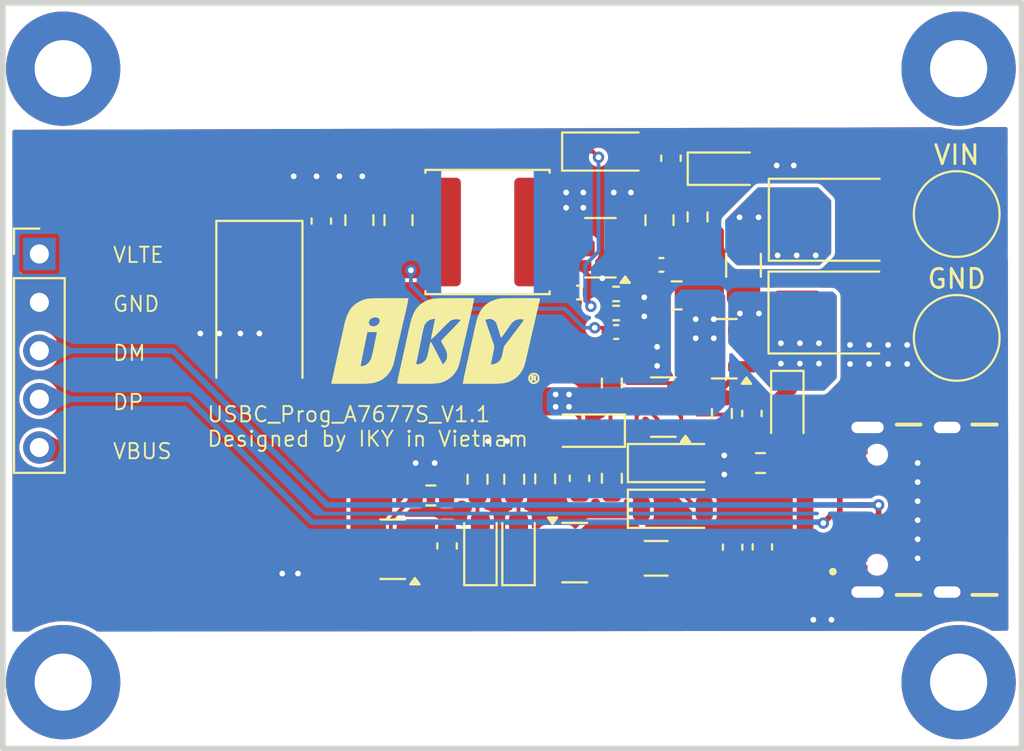
<source format=kicad_pcb>
(kicad_pcb (version 20240108) (generator "pcbnew") (generator_version "8.0")
  (layers (0 "F.Cu" signal) (31 "B.Cu" signal) (34 "B.Paste" user) (35 "F.Paste" user) (36 "B.SilkS" user "B.Silkscreen") (37 "F.SilkS" user "F.Silkscreen") (38 "B.Mask" user) (39 "F.Mask" user) (44 "Edge.Cuts" user))
  (net 0 "")
  (net 1 "VBUS")
  (net 2 "GND")
  (net 3 "VLTE")
  (net 4 "Net-(Q12-G)")
  (net 5 "VIN+")
  (net 6 "Net-(D1-K)")
  (net 7 "Net-(D2-K)")
  (net 8 "Net-(Q1-D)")
  (net 9 "Net-(Q2-G)")
  (net 10 "Net-(D3-K)")
  (net 11 "Net-(D3-A)")
  (net 12 "Net-(D4-A)")
  (net 13 "Net-(D14-A)")
  (net 14 "DM")
  (net 15 "CC1")
  (net 16 "DP")
  (net 17 "Net-(D14-K)")
  (net 18 "Net-(D7-K)")
  (net 19 "Net-(D13-K)")
  (net 20 "/12V")
  (net 21 "Net-(D13-A)")
  (net 22 "CC2")
  (net 25 "Net-(U3-FB)")
  (net 26 "Net-(U3-SW)")
  (net 27 "Net-(D6-K)")
  (footprint "Resistor_SMD:R_0603_1608Metric" (layer "F.Cu") (at 119.075 83.3 90)
    (property "Reference" "R40" (hide yes))
    (property "Value" "10R")
    (pad "1" smd roundrect (at -0.825 0 90) (size 0.8 0.95) (layers "F.Cu" "F.Paste" "F.Mask") (net 13 "Net-(D14-A)"))
    (pad "2" smd roundrect (at 0.825 0 90) (size 0.8 0.95) (layers "F.Cu" "F.Paste" "F.Mask") (net 4 "Net-(Q12-G)"))
  )
  (footprint "MountingHole:MountingHole_3mm_Pad" (layer "F.Cu") (at 84.5 97.4)
    (property "Reference" "TP4" (hide yes))
    (property "Value" "TestPoint")
    (pad "1" thru_hole circle (at 0 0) (size 6 6) (drill 3) (layers "*.Cu" "*.Mask"))
  )
  (footprint "Resistor_SMD:R_0603_1608Metric" (layer "F.Cu") (at 106.25 86.75 90)
    (property "Reference" "R4" (hide yes))
    (property "Value" "100K")
    (pad "1" smd roundrect (at -0.825 0 90) (size 0.8 0.95) (layers "F.Cu" "F.Paste" "F.Mask") (net 11 "Net-(D3-A)"))
    (pad "2" smd roundrect (at 0.825 0 90) (size 0.8 0.95) (layers "F.Cu" "F.Paste" "F.Mask") (net 2 "GND"))
  )
  (footprint "Capacitor_SMD:C_0603_1608Metric" (layer "F.Cu") (at 121.2 90.3 90)
    (property "Reference" "C41" (hide yes))
    (property "Value" "0.1uF")
    (pad "1" smd roundrect (at -0.775 0 90) (size 0.9 0.95) (layers "F.Cu" "F.Paste" "F.Mask") (net 1 "VBUS"))
    (pad "2" smd roundrect (at 0.775 0 90) (size 0.9 0.95) (layers "F.Cu" "F.Paste" "F.Mask") (net 2 "GND"))
  )
  (footprint "Capacitor_SMD:C_0805_2012Metric" (layer "F.Cu") (at 100.05 73.15 90)
    (property "Reference" "C40" (hide yes))
    (property "Value" "22uF/25V")
    (pad "1" smd roundrect (at -0.95 0 90) (size 1 1.45) (layers "F.Cu" "F.Paste" "F.Mask") (net 3 "VLTE"))
    (pad "2" smd roundrect (at 0.95 0 90) (size 1 1.45) (layers "F.Cu" "F.Paste" "F.Mask") (net 2 "GND"))
  )
  (footprint "Capacitor_SMD:C_0402_1005Metric" (layer "F.Cu") (at 111.575 76.95 180)
    (property "Reference" "C37" (hide yes))
    (property "Value" "100nF")
    (pad "1" smd roundrect (at -0.48 0 180) (size 0.56 0.62) (layers "F.Cu" "F.Paste" "F.Mask") (net 7 "Net-(D2-K)"))
    (pad "2" smd roundrect (at 0.48 0 180) (size 0.56 0.62) (layers "F.Cu" "F.Paste" "F.Mask") (net 26 "Net-(U3-SW)"))
  )
  (footprint "Capacitor_SMD:C_0402_1005Metric" (layer "F.Cu") (at 115.9 75.5 180)
    (property "Reference" "C36" (hide yes))
    (property "Value" "0.1uF")
    (pad "1" smd roundrect (at -0.48 0 180) (size 0.56 0.62) (layers "F.Cu" "F.Paste" "F.Mask") (net 5 "VIN+"))
    (pad "2" smd roundrect (at 0.48 0 180) (size 0.56 0.62) (layers "F.Cu" "F.Paste" "F.Mask") (net 2 "GND"))
  )
  (footprint "Diode_SMD:D_SOD-323_HandSoldering" (layer "F.Cu") (at 108.4 90.3 90)
    (property "Reference" "D4" (hide yes))
    (property "Value" "18V")
    (pad "1" smd roundrect (at -1.25 0 90) (size 1 1) (layers "F.Cu" "F.Paste" "F.Mask") (net 10 "Net-(D3-K)"))
    (pad "2" smd roundrect (at 1.25 0 90) (size 1 1) (layers "F.Cu" "F.Paste" "F.Mask") (net 12 "Net-(D4-A)"))
  )
  (footprint "Capacitor_SMD:C_0603_1608Metric" (layer "F.Cu") (at 119.64 90.315 90)
    (property "Reference" "C1" (hide yes))
    (property "Value" "0.1uF")
    (pad "1" smd roundrect (at -0.775 0 90) (size 0.9 0.95) (layers "F.Cu" "F.Paste" "F.Mask") (net 1 "VBUS"))
    (pad "2" smd roundrect (at 0.775 0 90) (size 0.9 0.95) (layers "F.Cu" "F.Paste" "F.Mask") (net 2 "GND"))
  )
  (footprint "Fuse:Fuse_1206_3216Metric" (layer "F.Cu") (at 120.21 75.52 -90)
    (property "Reference" "F2" (hide yes))
    (property "Value" "0.4A")
    (pad "1" smd roundrect (at -1.4 0 270) (size 1.25 1.75) (layers "F.Cu" "F.Paste" "F.Mask") (roundrect_rratio 0.2) (net 27 "Net-(D6-K)"))
    (pad "2" smd roundrect (at 1.4 0 270) (size 1.25 1.75) (layers "F.Cu" "F.Paste" "F.Mask") (roundrect_rratio 0.2) (net 17 "Net-(D14-K)"))
  )
  (footprint "Capacitor_SMD:C_0805_2012Metric" (layer "F.Cu") (at 115.8 73.15 90)
    (property "Reference" "C34" (hide yes))
    (property "Value" "22uF/25V")
    (pad "1" smd roundrect (at -0.95 0 90) (size 1 1.45) (layers "F.Cu" "F.Paste" "F.Mask") (net 5 "VIN+"))
    (pad "2" smd roundrect (at 0.95 0 90) (size 1 1.45) (layers "F.Cu" "F.Paste" "F.Mask") (net 2 "GND"))
  )
  (footprint "Resistor_SMD:R_0402_1005Metric" (layer "F.Cu") (at 113.525 77.025 180)
    (property "Reference" "R26" (hide yes))
    (property "Value" "10K/1%")
    (pad "1" smd roundrect (at -0.51 0 180) (size 0.54 0.64) (layers "F.Cu" "F.Paste" "F.Mask") (net 25 "Net-(U3-FB)"))
    (pad "2" smd roundrect (at 0.51 0 180) (size 0.54 0.64) (layers "F.Cu" "F.Paste" "F.Mask") (net 2 "GND"))
  )
  (footprint "Package_TO_SOT_SMD:SOT-23" (layer "F.Cu") (at 101.8 90.425 180)
    (property "Reference" "Q2" (hide yes))
    (property "Value" "AO3401A")
    (pad "1" smd roundrect (at -0.9375 -0.95 180) (size 1.475 0.6) (layers "F.Cu" "F.Paste" "F.Mask") (net 9 "Net-(Q2-G)"))
    (pad "2" smd roundrect (at -0.9375 0.95 180) (size 1.475 0.6) (layers "F.Cu" "F.Paste" "F.Mask") (net 10 "Net-(D3-K)"))
    (pad "3" smd roundrect (at 0.9375 0 180) (size 1.475 0.6) (layers "F.Cu" "F.Paste" "F.Mask") (net 5 "VIN+"))
  )
  (footprint "Capacitor_SMD:C_0805_2012Metric" (layer "F.Cu") (at 102.1 73.15 90)
    (property "Reference" "C39" (hide yes))
    (property "Value" "22uF/25V")
    (pad "1" smd roundrect (at -0.95 0 90) (size 1 1.45) (layers "F.Cu" "F.Paste" "F.Mask") (net 3 "VLTE"))
    (pad "2" smd roundrect (at 0.95 0 90) (size 1 1.45) (layers "F.Cu" "F.Paste" "F.Mask") (net 2 "GND"))
  )
  (footprint "Resistor_SMD:R_0402_1005Metric" (layer "F.Cu") (at 113.525 78.025)
    (property "Reference" "R29" (hide yes))
    (property "Value" "210K/1%")
    (pad "1" smd roundrect (at -0.51 0) (size 0.54 0.64) (layers "F.Cu" "F.Paste" "F.Mask") (net 3 "VLTE"))
    (pad "2" smd roundrect (at 0.51 0) (size 0.54 0.64) (layers "F.Cu" "F.Paste" "F.Mask") (net 25 "Net-(U3-FB)"))
  )
  (footprint "MountingHole:MountingHole_3mm_Pad" (layer "F.Cu") (at 131.5 65.2)
    (property "Reference" "TP5" (hide yes))
    (property "Value" "TestPoint")
    (pad "1" thru_hole circle (at 0 0) (size 6 6) (drill 3) (layers "*.Cu" "*.Mask"))
  )
  (footprint "MountingHole:MountingHole_3mm_Pad" (layer "F.Cu") (at 84.5 65.2)
    (property "Reference" "TP3" (hide yes))
    (property "Value" "TestPoint")
    (pad "1" thru_hole circle (at 0 0) (size 6 6) (drill 3) (layers "*.Cu" "*.Mask"))
  )
  (footprint "Inductor_SMD:L_Sunlord_SWPA6028S" (layer "F.Cu") (at 106.776094 73.774164)
    (property "Reference" "L1" (hide yes))
    (property "Value" "10uH")
    (pad "1" smd roundrect (at -2.25 0) (size 1.7 5.7) (layers "F.Cu" "F.Paste" "F.Mask") (roundrect_rratio 0.147059) (net 3 "VLTE"))
    (pad "2" smd roundrect (at 2.25 0) (size 1.7 5.7) (layers "F.Cu" "F.Paste" "F.Mask") (roundrect_rratio 0.147059) (net 26 "Net-(U3-SW)"))
  )
  (footprint "Connector_PinHeader_2.54mm:PinHeader_1x05_P2.54mm_Vertical" (layer "F.Cu") (at 83.25 74.925)
    (property "Reference" "J3" (hide yes))
    (property "Value" "To Target Board")
    (pad "1" thru_hole rect (at 0 0) (size 1.7 1.7) (drill 1) (layers "*.Cu" "*.Mask") (net 3 "VLTE"))
    (pad "2" thru_hole oval (at 0 2.54) (size 1.7 1.7) (drill 1) (layers "*.Cu" "*.Mask") (net 2 "GND"))
    (pad "3" thru_hole oval (at 0 5.08) (size 1.7 1.7) (drill 1) (layers "*.Cu" "*.Mask") (net 14 "DM"))
    (pad "4" thru_hole oval (at 0 7.62) (size 1.7 1.7) (drill 1) (layers "*.Cu" "*.Mask") (net 16 "DP"))
    (pad "5" thru_hole oval (at 0 10.16) (size 1.7 1.7) (drill 1) (layers "*.Cu" "*.Mask") (net 1 "VBUS"))
  )
  (footprint "Capacitor_SMD:C_0603_1608Metric" (layer "F.Cu") (at 120.65 83.3 -90)
    (property "Reference" "C29" (hide yes))
    (property "Value" "1uF")
    (pad "1" smd roundrect (at -0.775 0 270) (size 0.9 0.95) (layers "F.Cu" "F.Paste" "F.Mask") (net 17 "Net-(D14-K)"))
    (pad "2" smd roundrect (at 0.775 0 270) (size 0.9 0.95) (layers "F.Cu" "F.Paste" "F.Mask") (net 13 "Net-(D14-A)"))
  )
  (footprint "Capacitor_SMD:C_0402_1005Metric" (layer "F.Cu") (at 113.525 79.025)
    (property "Reference" "C38" (hide yes))
    (property "Value" "56pF")
    (pad "1" smd roundrect (at -0.48 0) (size 0.56 0.62) (layers "F.Cu" "F.Paste" "F.Mask") (net 3 "VLTE"))
    (pad "2" smd roundrect (at 0.48 0) (size 0.56 0.62) (layers "F.Cu" "F.Paste" "F.Mask") (net 25 "Net-(U3-FB)"))
  )
  (footprint "TestPoint:TestPoint_Pad_D4.0mm" (layer "F.Cu") (at 131.4 79.33 180)
    (property "Reference" "TP1" (hide yes))
    (property "Value" "GND" (at 0 3.1 0) (layer "F.SilkS"))
    (pad "1" smd circle (at 0 0 180) (size 4 4) (layers "F.Cu" "F.Mask") (net 2 "GND"))
  )
  (footprint "Package_TO_SOT_SMD:SOT-23" (layer "F.Cu") (at 111.35 90.6)
    (property "Reference" "Q1" (hide yes))
    (property "Value" "AO3401A")
    (pad "1" smd roundrect (at -0.9375 -0.95) (size 1.475 0.6) (layers "F.Cu" "F.Paste" "F.Mask") (net 12 "Net-(D4-A)"))
    (pad "2" smd roundrect (at -0.9375 0.95) (size 1.475 0.6) (layers "F.Cu" "F.Paste" "F.Mask") (net 10 "Net-(D3-K)"))
    (pad "3" smd roundrect (at 0.9375 0) (size 1.475 0.6) (layers "F.Cu" "F.Paste" "F.Mask") (net 8 "Net-(Q1-D)"))
  )
  (footprint "Package_TO_SOT_SMD:TSOT-23-6" (layer "F.Cu") (at 112.7 74.6 180)
    (property "Reference" "U3" (hide yes))
    (property "Value" "AP63200WU")
    (pad "1" smd roundrect (at -1.1375 -0.95 180) (size 1.325 0.6) (layers "F.Cu" "F.Paste" "F.Mask") (net 25 "Net-(U3-FB)"))
    (pad "2" smd roundrect (at -1.1375 0 180) (size 1.325 0.6) (layers "F.Cu" "F.Paste" "F.Mask") (net 5 "VIN+"))
    (pad "3" smd roundrect (at -1.1375 0.95 180) (size 1.325 0.6) (layers "F.Cu" "F.Paste" "F.Mask") (net 5 "VIN+"))
    (pad "4" smd roundrect (at 1.1375 0.95 180) (size 1.325 0.6) (layers "F.Cu" "F.Paste" "F.Mask") (net 2 "GND"))
    (pad "5" smd roundrect (at 1.1375 0 180) (size 1.325 0.6) (layers "F.Cu" "F.Paste" "F.Mask") (net 26 "Net-(U3-SW)"))
    (pad "6" smd roundrect (at 1.1375 -0.95 180) (size 1.325 0.6) (layers "F.Cu" "F.Paste" "F.Mask") (net 7 "Net-(D2-K)"))
  )
  (footprint "Diode_SMD:D_SOD-123" (layer "F.Cu") (at 116.5 85.9)
    (property "Reference" "D5" (hide yes))
    (property "Value" "1N5819")
    (pad "1" smd roundrect (at -1.65 0) (size 0.9 1.2) (layers "F.Cu" "F.Paste" "F.Mask") (net 13 "Net-(D14-A)"))
    (pad "2" smd roundrect (at 1.65 0) (size 0.9 1.2) (layers "F.Cu" "F.Paste" "F.Mask") (net 2 "GND"))
  )
  (footprint "Diode_SMD:D_SMB" (layer "F.Cu") (at 125.1825 78)
    (property "Reference" "D8" (hide yes))
    (property "Value" "20V")
    (pad "1" smd roundrect (at -2.15 0) (size 2.5 2.3) (layers "F.Cu" "F.Paste" "F.Mask") (roundrect_rratio 0.1086956522) (net 17 "Net-(D14-K)"))
    (pad "2" smd roundrect (at 2.15 0) (size 2.5 2.3) (layers "F.Cu" "F.Paste" "F.Mask") (roundrect_rratio 0.1086956522) (net 2 "GND"))
  )
  (footprint "Resistor_SMD:R_0603_1608Metric" (layer "F.Cu") (at 113.3 81.7 -90)
    (property "Reference" "R30" (hide yes))
    (property "Value" "100K")
    (pad "1" smd roundrect (at -0.825 0 270) (size 0.8 0.95) (layers "F.Cu" "F.Paste" "F.Mask") (net 17 "Net-(D14-K)"))
    (pad "2" smd roundrect (at 0.825 0 270) (size 0.8 0.95) (layers "F.Cu" "F.Paste" "F.Mask") (net 19 "Net-(D13-K)"))
  )
  (footprint "Capacitor_Tantalum_SMD:CP_EIA-7343-40_Kemet-Y_Pad2.25x2.55mm_HandSolder" (layer "F.Cu") (at 94.8 77.775 -90)
    (property "Reference" "C4" (hide yes))
    (property "Value" "330uF")
    (pad "1" smd roundrect (at -3.2 0 270) (size 2.25 2.55) (layers "F.Cu" "F.Paste" "F.Mask") (roundrect_rratio 0.111111) (net 3 "VLTE"))
    (pad "2" smd roundrect (at 3.2 0 270) (size 2.25 2.55) (layers "F.Cu" "F.Paste" "F.Mask") (roundrect_rratio 0.111111) (net 2 "GND"))
  )
  (footprint "Package_TO_SOT_SMD:SOT-23" (layer "F.Cu") (at 119.2 79.9 180)
    (property "Reference" "Q12" (hide yes))
    (property "Value" "AO3401A")
    (pad "1" smd roundrect (at -0.9375 -0.95 180) (size 1.475 0.6) (layers "F.Cu" "F.Paste" "F.Mask") (net 4 "Net-(Q12-G)"))
    (pad "2" smd roundrect (at -0.9375 0.95 180) (size 1.475 0.6) (layers "F.Cu" "F.Paste" "F.Mask") (net 17 "Net-(D14-K)"))
    (pad "3" smd roundrect (at 0.9375 0 180) (size 1.475 0.6) (layers "F.Cu" "F.Paste" "F.Mask") (net 5 "VIN+"))
  )
  (footprint "Symbol-Footprints:GCT_USB4105-GF-A" (layer "F.Cu") (at 130.9 88.35 90)
    (property "Reference" "J1" (hide yes))
    (property "Value" "USB4105-GF-A")
    (pad "" np_thru_hole circle (at -2.89 -3.68 90) (size 0.65 0.65) (drill 0.65) (layers "*.Cu" "*.Mask"))
    (pad "" np_thru_hole circle (at 2.89 -3.68 90) (size 0.65 0.65) (drill 0.65) (layers "*.Cu" "*.Mask"))
    (pad "A1_B12" smd rect (at -3.2 -4.755 90) (size 0.6 1.15) (layers "F.Cu" "F.Paste") (net 2 "GND"))
    (pad "A4_B9" smd rect (at -2.4 -4.755 90) (size 0.6 1.15) (layers "F.Cu" "F.Paste") (net 1 "VBUS"))
    (pad "A5" smd rect (at -1.25 -4.755 90) (size 0.3 1.15) (layers "F.Cu" "F.Paste") (net 15 "CC1"))
    (pad "A6" smd rect (at -0.25 -4.755 90) (size 0.3 1.15) (layers "F.Cu" "F.Paste") (net 16 "DP"))
    (pad "A7" smd rect (at 0.25 -4.755 90) (size 0.3 1.15) (layers "F.Cu" "F.Paste") (net 14 "DM"))
    (pad "A8" smd rect (at 1.25 -4.755 90) (size 0.3 1.15) (layers "F.Cu" "F.Paste"))
    (pad "B1_A12" smd rect (at 3.2 -4.755 90) (size 0.6 1.15) (layers "F.Cu" "F.Paste") (net 2 "GND"))
    (pad "B4_A9" smd rect (at 2.4 -4.755 90) (size 0.6 1.15) (layers "F.Cu" "F.Paste") (net 1 "VBUS"))
    (pad "B5" smd rect (at 1.75 -4.755 90) (size 0.3 1.15) (layers "F.Cu" "F.Paste") (net 22 "CC2"))
    (pad "B6" smd rect (at 0.75 -4.755 90) (size 0.3 1.15) (layers "F.Cu" "F.Paste") (net 16 "DP"))
    (pad "B7" smd rect (at -0.75 -4.755 90) (size 0.3 1.15) (layers "F.Cu" "F.Paste") (net 14 "DM"))
    (pad "B8" smd rect (at -1.75 -4.755 90) (size 0.3 1.15) (layers "F.Cu" "F.Paste"))
    (pad "SH1" thru_hole oval (at -4.32 -4.18 90) (size 1 2.1) (drill oval 0.6 1.7) (layers "*.Cu" "*.Mask") (net 2 "GND"))
    (pad "SH2" thru_hole oval (at 4.32 -4.18 90) (size 1 2.1) (drill oval 0.6 1.7) (layers "*.Cu" "*.Mask") (net 2 "GND"))
    (pad "SH3" thru_hole oval (at -4.32 0 90) (size 1 1.8) (drill oval 0.6 1.4) (layers "*.Cu" "*.Mask") (net 2 "GND"))
    (pad "SH4" thru_hole oval (at 4.32 0 90) (size 1 1.8) (drill oval 0.6 1.4) (layers "*.Cu" "*.Mask") (net 2 "GND"))
  )
  (footprint "MountingHole:MountingHole_3mm_Pad" (layer "F.Cu") (at 131.5 97.4)
    (property "Reference" "TP6" (hide yes))
    (property "Value" "TestPoint")
    (pad "1" thru_hole circle (at 0 0) (size 6 6) (drill 3) (layers "*.Cu" "*.Mask"))
  )
  (footprint "Resistor_SMD:R_0603_1608Metric" (layer "F.Cu") (at 113.3 86.7 90)
    (property "Reference" "R43" (hide yes))
    (property "Value" "10K")
    (pad "1" smd roundrect (at -0.825 0 90) (size 0.8 0.95) (layers "F.Cu" "F.Paste" "F.Mask") (net 18 "Net-(D7-K)"))
    (pad "2" smd roundrect (at 0.825 0 90) (size 0.8 0.95) (layers "F.Cu" "F.Paste" "F.Mask") (net 13 "Net-(D14-A)"))
  )
  (footprint "Diode_SMD:D_SMB" (layer "F.Cu") (at 125.2 73.13)
    (property "Reference" "D6" (hide yes))
    (property "Value" "SS24")
    (pad "1" smd roundrect (at -2.15 0) (size 2.5 2.3) (layers "F.Cu" "F.Paste" "F.Mask") (roundrect_rratio 0.1086956522) (net 27 "Net-(D6-K)"))
    (pad "2" smd roundrect (at 2.15 0) (size 2.5 2.3) (layers "F.Cu" "F.Paste" "F.Mask") (roundrect_rratio 0.1086956522) (net 20 "/12V"))
  )
  (footprint "Diode_SMD:D_SOD-323_HandSoldering" (layer "F.Cu") (at 122.51 83.0725 -90)
    (property "Reference" "D14" (hide yes))
    (property "Value" "18V")
    (pad "1" smd roundrect (at -1.25 0 270) (size 1 1) (layers "F.Cu" "F.Paste" "F.Mask") (net 17 "Net-(D14-K)"))
    (pad "2" smd roundrect (at 1.25 0 270) (size 1 1) (layers "F.Cu" "F.Paste" "F.Mask") (net 13 "Net-(D14-A)"))
  )
  (footprint "Capacitor_SMD:C_0805_2012Metric" (layer "F.Cu") (at 116.7 77.1 180)
    (property "Reference" "C15" (hide yes))
    (property "Value" "22uF/25V")
    (pad "1" smd roundrect (at -0.95 0 180) (size 1 1.45) (layers "F.Cu" "F.Paste" "F.Mask") (net 5 "VIN+"))
    (pad "2" smd roundrect (at 0.95 0 180) (size 1 1.45) (layers "F.Cu" "F.Paste" "F.Mask") (net 2 "GND"))
  )
  (footprint "Diode_SMD:D_SOD-323_HandSoldering" (layer "F.Cu") (at 106.4 90.3 90)
    (property "Reference" "D3" (hide yes))
    (property "Value" "18V")
    (pad "1" smd roundrect (at -1.25 0 90) (size 1 1) (layers "F.Cu" "F.Paste" "F.Mask") (net 10 "Net-(D3-K)"))
    (pad "2" smd roundrect (at 1.25 0 90) (size 1 1) (layers "F.Cu" "F.Paste" "F.Mask") (net 11 "Net-(D3-A)"))
  )
  (footprint "Capacitor_SMD:C_0603_1608Metric" (layer "F.Cu") (at 104.65 90.25 90)
    (property "Reference" "C3" (hide yes))
    (property "Value" "1uF")
    (pad "1" smd roundrect (at -0.775 0 90) (size 0.9 0.95) (layers "F.Cu" "F.Paste" "F.Mask") (net 10 "Net-(D3-K)"))
    (pad "2" smd roundrect (at 0.775 0 90) (size 0.9 0.95) (layers "F.Cu" "F.Paste" "F.Mask") (net 11 "Net-(D3-A)"))
  )
  (footprint "Resistor_SMD:R_0603_1608Metric" (layer "F.Cu") (at 103.8 87.6)
    (property "Reference" "R3" (hide yes))
    (property "Value" "1K")
    (pad "1" smd roundrect (at -0.825 0) (size 0.8 0.95) (layers "F.Cu" "F.Paste" "F.Mask") (net 9 "Net-(Q2-G)"))
    (pad "2" smd roundrect (at 0.825 0) (size 0.8 0.95) (layers "F.Cu" "F.Paste" "F.Mask") (net 11 "Net-(D3-A)"))
  )
  (footprint "Resistor_SMD:R_0603_1608Metric" (layer "F.Cu") (at 117.8 72.98 -90)
    (property "Reference" "R2" (hide yes))
    (property "Value" "3K3")
    (pad "1" smd roundrect (at -0.825 0 270) (size 0.8 0.95) (layers "F.Cu" "F.Paste" "F.Mask") (net 6 "Net-(D1-K)"))
    (pad "2" smd roundrect (at 0.825 0 270) (size 0.8 0.95) (layers "F.Cu" "F.Paste" "F.Mask") (net 5 "VIN+"))
  )
  (footprint "Diode_SMD:D_SOD-323_HandSoldering" (layer "F.Cu") (at 119.2925 70.45)
    (property "Reference" "D1" (hide yes))
    (property "Value" "5.1V")
    (pad "1" smd roundrect (at -1.25 0) (size 1 1) (layers "F.Cu" "F.Paste" "F.Mask") (net 6 "Net-(D1-K)"))
    (pad "2" smd roundrect (at 1.25 0) (size 1 1) (layers "F.Cu" "F.Paste" "F.Mask") (net 2 "GND"))
  )
  (footprint "Capacitor_SMD:C_0603_1608Metric" (layer "F.Cu") (at 98.05 73.2 90)
    (property "Reference" "C5" (hide yes))
    (property "Value" "0.1uF")
    (pad "1" smd roundrect (at -0.775 0 90) (size 0.9 0.95) (layers "F.Cu" "F.Paste" "F.Mask") (net 3 "VLTE"))
    (pad "2" smd roundrect (at 0.775 0 90) (size 0.9 0.95) (layers "F.Cu" "F.Paste" "F.Mask") (net 2 "GND"))
  )
  (footprint "TestPoint:TestPoint_Pad_D4.0mm" (layer "F.Cu") (at 131.4 72.83 180)
    (property "Reference" "TP10" (hide yes))
    (property "Value" "VIN" (at 0 3.1 0) (layer "F.SilkS"))
    (pad "1" smd circle (at 0 0 180) (size 4 4) (layers "F.Cu" "F.Mask") (net 20 "/12V"))
  )
  (footprint "Resistor_SMD:R_0603_1608Metric" (layer "F.Cu") (at 121.1 85.9)
    (property "Reference" "R39" (hide yes))
    (property "Value" "220K")
    (pad "1" smd roundrect (at -0.825 0) (size 0.8 0.95) (layers "F.Cu" "F.Paste" "F.Mask") (net 2 "GND"))
    (pad "2" smd roundrect (at 0.825 0) (size 0.8 0.95) (layers "F.Cu" "F.Paste" "F.Mask") (net 13 "Net-(D14-A)"))
  )
  (footprint "Diode_SMD:D_SOD-123" (layer "F.Cu") (at 113.05 69.55)
    (property "Reference" "D2" (hide yes))
    (property "Value" "1N5819")
    (pad "1" smd roundrect (at -1.65 0) (size 0.9 1.2) (layers "F.Cu" "F.Paste" "F.Mask") (net 7 "Net-(D2-K)"))
    (pad "2" smd roundrect (at 1.65 0) (size 0.9 1.2) (layers "F.Cu" "F.Paste" "F.Mask") (net 6 "Net-(D1-K)"))
  )
  (footprint "Capacitor_SMD:C_0603_1608Metric" (layer "F.Cu") (at 116.4 69.9 -90)
    (property "Reference" "C2" (hide yes))
    (property "Value" "0.1uF")
    (pad "1" smd roundrect (at -0.775 0 270) (size 0.9 0.95) (layers "F.Cu" "F.Paste" "F.Mask") (net 6 "Net-(D1-K)"))
    (pad "2" smd roundrect (at 0.775 0 270) (size 0.9 0.95) (layers "F.Cu" "F.Paste" "F.Mask") (net 2 "GND"))
  )
  (footprint "Fuse:Fuse_1206_3216Metric" (layer "F.Cu") (at 115.625 90.9 180)
    (property "Reference" "F1" (hide yes))
    (property "Value" "0.4A")
    (pad "1" smd roundrect (at -1.4 0 180) (size 1.25 1.75) (layers "F.Cu" "F.Paste" "F.Mask") (roundrect_rratio 0.2) (net 1 "VBUS"))
    (pad "2" smd roundrect (at 1.4 0 180) (size 1.25 1.75) (layers "F.Cu" "F.Paste" "F.Mask") (roundrect_rratio 0.2) (net 8 "Net-(Q1-D)"))
  )
  (footprint "Resistor_SMD:R_0603_1608Metric" (layer "F.Cu") (at 108.175 86.75 90)
    (property "Reference" "R1" (hide yes))
    (property "Value" "10K")
    (pad "1" smd roundrect (at -0.825 0 90) (size 0.8 0.95) (layers "F.Cu" "F.Paste" "F.Mask") (net 12 "Net-(D4-A)"))
    (pad "2" smd roundrect (at 0.825 0 90) (size 0.8 0.95) (layers "F.Cu" "F.Paste" "F.Mask") (net 2 "GND"))
  )
  (footprint "Capacitor_SMD:C_0603_1608Metric" (layer "F.Cu") (at 111.6 86.7 -90)
    (property "Reference" "C30" (hide yes))
    (property "Value" "0.1uF")
    (pad "1" smd roundrect (at -0.775 0 270) (size 0.9 0.95) (layers "F.Cu" "F.Paste" "F.Mask") (net 5 "VIN+"))
    (pad "2" smd roundrect (at 0.775 0 270) (size 0.9 0.95) (layers "F.Cu" "F.Paste" "F.Mask") (net 18 "Net-(D7-K)"))
  )
  (footprint "haidv-library:LoGo12mm_NoText" (layer "F.Cu") (at 104 80.174424)
    (property "Reference" "TP2" (hide yes))
    (property "Value" "LOGO" (hide yes))
  )
  (footprint "Package_TO_SOT_SMD:SOT-23" (layer "F.Cu") (at 116 82.9625 180)
    (property "Reference" "Q3" (hide yes))
    (property "Value" "MMBT3906")
    (pad "1" smd roundrect (at -0.9375 -0.95 180) (size 1.475 0.6) (layers "F.Cu" "F.Paste" "F.Mask") (net 19 "Net-(D13-K)"))
    (pad "2" smd roundrect (at -0.9375 0.95 180) (size 1.475 0.6) (layers "F.Cu" "F.Paste" "F.Mask") (net 17 "Net-(D14-K)"))
    (pad "3" smd roundrect (at 0.9375 0 180) (size 1.475 0.6) (layers "F.Cu" "F.Paste" "F.Mask") (net 13 "Net-(D14-A)"))
  )
  (footprint "Resistor_SMD:R_0603_1608Metric" (layer "F.Cu") (at 109.8 86.725 90)
    (property "Reference" "R38" (hide yes))
    (property "Value" "22K")
    (pad "1" smd roundrect (at -0.825 0 90) (size 0.8 0.95) (layers "F.Cu" "F.Paste" "F.Mask") (net 2 "GND"))
    (pad "2" smd roundrect (at 0.825 0 90) (size 0.8 0.95) (layers "F.Cu" "F.Paste" "F.Mask") (net 21 "Net-(D13-A)"))
  )
  (footprint "Diode_SMD:D_SOD-123" (layer "F.Cu") (at 116.5 88.3)
    (property "Reference" "D7" (hide yes))
    (property "Value" "1N5819")
    (pad "1" smd roundrect (at -1.65 0) (size 0.9 1.2) (layers "F.Cu" "F.Paste" "F.Mask") (net 18 "Net-(D7-K)"))
    (pad "2" smd roundrect (at 1.65 0) (size 0.9 1.2) (layers "F.Cu" "F.Paste" "F.Mask") (net 13 "Net-(D14-A)"))
  )
  (footprint "Diode_SMD:D_SOD-323_HandSoldering" (layer "F.Cu") (at 111.975 84.2 180)
    (property "Reference" "D13" (hide yes))
    (property "Value" "18V")
    (pad "1" smd roundrect (at -1.25 0 180) (size 1 1) (layers "F.Cu" "F.Paste" "F.Mask") (net 19 "Net-(D13-K)"))
    (pad "2" smd roundrect (at 1.25 0 180) (size 1 1) (layers "F.Cu" "F.Paste" "F.Mask") (net 21 "Net-(D13-A)"))
  )
  (gr_rect (start 81.335222 61.746043) (end 134.8 100.880821) (stroke (width 0.3)) (fill none) (layer "Edge.Cuts"))
  (gr_text "USBC_Prog_A7677S_V1.1\nDesigned by IKY in Vietnam" (at 92 85.1 -0) (layer "F.SilkS") (effects (font (size 0.8 0.8) (thickness 0.1)) (justify left bottom)))
  (gr_text "VLTE\n\nGND\n\nDM\n\nDP\n\nVBUS" (at 87.05 85.75 0) (layer "F.SilkS") (effects (font (size 0.8 0.8) (thickness 0.1)) (justify left bottom)))
  (segment (start 115.136 93.564) (end 94.414 93.564) (width 0.5) (layer "F.Cu") (net 1))
  (segment (start 94.414 93.564) (end 86.204 85.354) (width 0.5) (layer "F.Cu") (net 1))
  (segment (start 117.025 91.225) (end 116.98 91.27) (width 0.2) (layer "F.Cu") (net 1))
  (segment (start 117.025 91.675) (end 115.136 93.564) (width 0.5) (layer "F.Cu") (net 1))
  (segment (start 83.519 85.354) (end 83.25 85.085) (width 0.5) (layer "F.Cu") (net 1))
  (segment (start 86.204 85.354) (end 83.519 85.354) (width 0.5) (layer "F.Cu") (net 1))
  (segment (start 117.025 90.9) (end 117.025 91.225) (width 0.2) (layer "F.Cu") (net 1))
  (segment (start 117.025 90.9) (end 117.025 91.675) (width 0.5) (layer "F.Cu") (net 1))
  (segment (start 131.25 81.05) (end 131.3 81) (width 0.2) (layer "F.Cu") (net 2))
  (via (at 94.8 79.1) (size 0.6) (drill 0.3) (layers "F.Cu" "B.Cu") (net 2))
  (via (at 93.8 79.1) (size 0.6) (drill 0.3) (layers "F.Cu" "B.Cu") (net 2))
  (via (at 129.35 87.9) (size 0.6) (drill 0.3) (layers "F.Cu" "B.Cu") (net 2))
  (via (at 119.2 85.5) (size 0.6) (drill 0.3) (layers "F.Cu" "B.Cu") (net 2))
  (via (at 123.875 94.125) (size 0.6) (drill 0.3) (layers "F.Cu" "B.Cu") (net 2))
  (via (at 125.8 80.7) (size 0.6) (drill 0.3) (layers "F.Cu" "B.Cu") (net 2))
  (via (at 111.8 71.7) (size 0.6) (drill 0.3) (layers "F.Cu" "B.Cu") (net 2))
  (via (at 115.675 79.8) (size 0.6) (drill 0.3) (layers "F.Cu" "B.Cu") (net 2))
  (via (at 128.8 80.7) (size 0.6) (drill 0.3) (layers "F.Cu" "B.Cu") (net 2))
  (via (at 127.8 80.7) (size 0.6) (drill 0.3) (layers "F.Cu" "B.Cu") (net 2))
  (via (at 115 78.2) (size 0.6) (drill 0.3) (layers "F.Cu" "B.Cu") (net 2))
  (via (at 115.675 80.8) (size 0.6) (drill 0.3) (layers "F.Cu" "B.Cu") (net 2))
  (via (at 99 70.85) (size 0.6) (drill 0.3) (layers "F.Cu" "B.Cu") (net 2))
  (via (at 129.35 88.9) (size 0.6) (drill 0.3) (layers "F.Cu" "B.Cu") (net 2))
  (via (at 111.8 72.5) (size 0.6) (drill 0.3) (layers "F.Cu" "B.Cu") (net 2))
  (via (at 127.8 79.7) (size 0.6) (drill 0.3) (layers "F.Cu" "B.Cu") (net 2))
  (via (at 112.8 76.2) (size 0.6) (drill 0.3) (layers "F.Cu" "B.Cu") (net 2))
  (via (at 121.95 70.28) (size 0.6) (drill 0.3) (layers "F.Cu" "B.Cu") (net 2))
  (via (at 114.3 71.7) (size 0.6) (drill 0.3) (layers "F.Cu" "B.Cu") (net 2))
  (via (at 115 77.2) (size 0.6) (drill 0.3) (layers "F.Cu" "B.Cu") (net 2))
  (via (at 106.8 84.75) (size 0.6) (drill 0.3) (layers "F.Cu" "B.Cu") (net 2))
  (via (at 96.6 70.85) (size 0.6) (drill 0.3) (layers "F.Cu" "B.Cu") (net 2))
  (via (at 126.8 80.7) (size 0.6) (drill 0.3) (layers "F.Cu" "B.Cu") (net 2))
  (via (at 113.4 71.7) (size 0.6) (drill 0.3) (layers "F.Cu" "B.Cu") (net 2))
  (via (at 96 91.7) (size 0.6) (drill 0.3) (layers "F.Cu" "B.Cu") (net 2))
  (via (at 110.9 71.7) (size 0.6) (drill 0.3) (layers "F.Cu" "B.Cu") (net 2))
  (via (at 100.2 70.85) (size 0.6) (drill 0.3) (layers "F.Cu" "B.Cu") (net 2))
  (via (at 107.8 84.75) (size 0.6) (drill 0.3) (layers "F.Cu" "B.Cu") (net 2))
  (via (at 97.8 70.85) (size 0.6) (drill 0.3) (layers "F.Cu" "B.Cu") (net 2))
  (via (at 96.825 91.7) (size 0.6) (drill 0.3) (layers "F.Cu" "B.Cu") (net 2))
  (via (at 110.9 72.5) (size 0.6) (drill 0.3) (layers "F.Cu" "B.Cu") (net 2))
  (via (at 91.7 79.1) (size 0.6) (drill 0.3) (layers "F.Cu" "B.Cu") (net 2))
  (via (at 119.2 86.5) (size 0.6) (drill 0.3) (layers "F.Cu" "B.Cu") (net 2))
  (via (at 124.825 94.125) (size 0.6) (drill 0.3) (layers "F.Cu" "B.Cu") (net 2))
  (via (at 92.7 79.1) (size 0.6) (drill 0.3) (layers "F.Cu" "B.Cu") (net 2))
  (via (at 126.8 79.7) (size 0.6) (drill 0.3) (layers "F.Cu" "B.Cu") (net 2))
  (via (at 103 85.9) (size 0.6) (drill 0.3) (layers "F.Cu" "B.Cu") (net 2))
  (via (at 104 85.9) (size 0.6) (drill 0.3) (layers "F.Cu" "B.Cu") (net 2))
  (via (at 122.85 70.28) (size 0.6) (drill 0.3) (layers "F.Cu" "B.Cu") (net 2))
  (via (at 129.35 86.9) (size 0.6) (drill 0.3) (layers "F.Cu" "B.Cu") (net 2))
  (via (at 129.35 90.9) (size 0.6) (drill 0.3) (layers "F.Cu" "B.Cu") (net 2))
  (via (at 129.35 89.9) (size 0.6) (drill 0.3) (layers "F.Cu" "B.Cu") (net 2))
  (via (at 125.8 79.7) (size 0.6) (drill 0.3) (layers "F.Cu" "B.Cu") (net 2))
  (via (at 129.35 85.9) (size 0.6) (drill 0.3) (layers "F.Cu" "B.Cu") (net 2))
  (via (at 128.8 79.7) (size 0.6) (drill 0.3) (layers "F.Cu" "B.Cu") (net 2))
  (segment (start 113.045 79.025) (end 113.045 78.055) (width 0.2) (layer "F.Cu") (net 3))
  (segment (start 112.82 78.8) (end 113.045 79.025) (width 0.2) (layer "F.Cu") (net 3))
  (segment (start 113.045 78.055) (end 113.015 78.025) (width 0.2) (layer "F.Cu") (net 3))
  (segment (start 112.4 78.8) (end 112.82 78.8) (width 0.2) (layer "F.Cu") (net 3))
  (via (at 112.4 78.8) (size 0.6) (drill 0.3) (layers "F.Cu" "B.Cu") (net 3))
  (via (at 102.752396 75.779186) (size 0.6) (drill 0.3) (layers "F.Cu" "B.Cu") (net 3))
  (segment (start 102.752396 76.552396) (end 104 77.8) (width 0.2) (layer "B.Cu") (net 3))
  (segment (start 104 77.8) (end 110.825 77.8) (width 0.2) (layer "B.Cu") (net 3))
  (segment (start 102.752396 75.779186) (end 102.752396 76.552396) (width 0.2) (layer "B.Cu") (net 3))
  (segment (start 111.825 78.8) (end 112.4 78.8) (width 0.2) (layer "B.Cu") (net 3))
  (segment (start 110.825 77.8) (end 111.825 78.8) (width 0.2) (layer "B.Cu") (net 3))
  (segment (start 119.125 82.7) (end 119.125 81.9625) (width 0.3) (layer "F.Cu") (net 4))
  (segment (start 119.125 81.9625) (end 120.1375 80.95) (width 0.3) (layer "F.Cu") (net 4))
  (segment (start 111.6 83.5) (end 111.05 82.95) (width 0.2) (layer "F.Cu") (net 5))
  (segment (start 111.6 85.925) (end 111.6 83.5) (width 0.2) (layer "F.Cu") (net 5))
  (via (at 117.7 79.35) (size 0.6) (drill 0.3) (layers "F.Cu" "B.Cu") (net 5))
  (via (at 111.05 82.95) (size 0.6) (drill 0.3) (layers "F.Cu" "B.Cu") (net 5))
  (via (at 110.35 82.3) (size 0.6) (drill 0.3) (layers "F.Cu" "B.Cu") (net 5))
  (via (at 118.65 78.35) (size 0.6) (drill 0.3) (layers "F.Cu" "B.Cu") (net 5))
  (via (at 110.35 82.95) (size 0.6) (drill 0.3) (layers "F.Cu" "B.Cu") (net 5))
  (via (at 117.7 78.35) (size 0.6) (drill 0.3) (layers "F.Cu" "B.Cu") (net 5))
  (via (at 118.65 79.35) (size 0.6) (drill 0.3) (layers "F.Cu" "B.Cu") (net 5))
  (via (at 111.05 82.3) (size 0.6) (drill 0.3) (layers "F.Cu" "B.Cu") (net 5))
  (segment (start 116.7175 69.125) (end 115.125 69.125) (width 0.3) (layer "F.Cu") (net 6))
  (segment (start 117.8 70.2075) (end 116.7175 69.125) (width 0.3) (layer "F.Cu") (net 6))
  (segment (start 115.125 69.125) (end 114.7 69.55) (width 0.3) (layer "F.Cu") (net 6))
  (segment (start 117.8 72.155) (end 117.8 70.2075) (width 0.3) (layer "F.Cu") (net 6))
  (segment (start 112.6 69.85) (end 112.3 69.55) (width 0.2) (layer "F.Cu") (net 7))
  (segment (start 112.3 69.55) (end 111.4 69.55) (width 0.2) (layer "F.Cu") (net 7))
  (segment (start 112.2 77.675) (end 112.08 77.555) (width 0.2) (layer "F.Cu") (net 7))
  (segment (start 112.08 77.555) (end 112.08 76.8) (width 0.2) (layer "F.Cu") (net 7))
  (segment (start 112.08 76.8) (end 112.08 76.0675) (width 0.25) (layer "F.Cu") (net 7))
  (segment (start 112.08 76.0675) (end 111.5625 75.55) (width 0.25) (layer "F.Cu") (net 7))
  (via (at 112.2 77.675) (size 0.6) (drill 0.3) (layers "F.Cu" "B.Cu") (net 7))
  (via (at 112.6 69.85) (size 0.6) (drill 0.3) (layers "F.Cu" "B.Cu") (net 7))
  (segment (start 112.6 74.8) (end 112.6 69.85) (width 0.2) (layer "B.Cu") (net 7))
  (segment (start 111.9 77.375) (end 111.9 75.5) (width 0.2) (layer "B.Cu") (net 7))
  (segment (start 111.9 75.5) (end 112.6 74.8) (width 0.2) (layer "B.Cu") (net 7))
  (segment (start 112.2 77.675) (end 111.9 77.375) (width 0.2) (layer "B.Cu") (net 7))
  (segment (start 101.7 89.9495) (end 101.7 88.875) (width 0.2) (layer "F.Cu") (net 9))
  (segment (start 102.7375 90.987) (end 101.7 89.9495) (width 0.2) (layer "F.Cu") (net 9))
  (segment (start 102.7375 91.375) (end 102.7375 90.987) (width 0.2) (layer "F.Cu") (net 9))
  (segment (start 101.7 88.875) (end 102.975 87.6) (width 0.2) (layer "F.Cu") (net 9))
  (segment (start 108.225 91.575) (end 110.3875 91.575) (width 0.2) (layer "F.Cu") (net 10))
  (segment (start 110.3875 91.575) (end 110.4125 91.55) (width 0.2) (layer "F.Cu") (net 10))
  (segment (start 104.65 91.475) (end 108.125 91.475) (width 0.2) (layer "F.Cu") (net 10))
  (segment (start 102.8875 89.5125) (end 104.65 91.275) (width 0.2) (layer "F.Cu") (net 10))
  (segment (start 104.65 91.275) (end 104.65 91.475) (width 0.2) (layer "F.Cu") (net 10))
  (segment (start 108.125 91.475) (end 108.225 91.575) (width 0.2) (layer "F.Cu") (net 10))
  (segment (start 105.975 89.475) (end 106.4 89.05) (width 0.2) (layer "F.Cu") (net 11))
  (segment (start 106.41 89.04) (end 106.4 89.05) (width 0.2) (layer "F.Cu") (net 11))
  (segment (start 106.4 89.05) (end 106.25 88.9) (width 0.2) (layer "F.Cu") (net 11))
  (segment (start 104.65 89.475) (end 105.975 89.475) (width 0.2) (layer "F.Cu") (net 11))
  (segment (start 106.25 88.9) (end 106.25 87.575) (width 0.2) (layer "F.Cu") (net 11))
  (segment (start 104.65 87.575) (end 104.625 87.6) (width 0.2) (layer "F.Cu") (net 11))
  (segment (start 106.25 87.575) (end 104.65 87.575) (width 0.2) (layer "F.Cu") (net 11))
  (segment (start 108.4 87.8) (end 108.175 87.575) (width 0.2) (layer "F.Cu") (net 12))
  (segment (start 110.4125 89.65) (end 109 89.65) (width 0.2) (layer "F.Cu") (net 12))
  (segment (start 108.4 89.05) (end 108.4 87.8) (width 0.2) (layer "F.Cu") (net 12))
  (segment (start 109 89.65) (end 108.4 89.05) (width 0.2) (layer "F.Cu") (net 12))
  (segment (start 121.925 85.9) (end 121.925 85.35) (width 0.2) (layer "F.Cu") (net 13))
  (segment (start 120.6 84.125) (end 120.65 84.075) (width 0.2) (layer "F.Cu") (net 13))
  (segment (start 113.325 85.9) (end 114.85 85.9) (width 0.2) (layer "F.Cu") (net 13))
  (segment (start 118.15 88.1) (end 117.6 88.1) (width 0.2) (layer "F.Cu") (net 13))
  (segment (start 115.4 85.9) (end 114.85 85.9) (width 0.2) (layer "F.Cu") (net 13))
  (segment (start 115.0625 82.9625) (end 114.6 83.425) (width 0.2) (layer "F.Cu") (net 13))
  (segment (start 121.925 85.35) (end 120.65 84.075) (width 0.2) (layer "F.Cu") (net 13))
  (segment (start 114.6 83.425) (end 114.6 84.5) (width 0.2) (layer "F.Cu") (net 13))
  (segment (start 114.6 84.5) (end 113.3 85.8) (width 0.2) (layer "F.Cu") (net 13))
  (segment (start 117.6 88.1) (end 115.4 85.9) (width 0.2) (layer "F.Cu") (net 13))
  (segment (start 113.3 85.875) (end 113.325 85.9) (width 0.2) (layer "F.Cu") (net 13))
  (segment (start 115.7 83.6) (end 115.0625 82.9625) (width 0.2) (layer "F.Cu") (net 13))
  (segment (start 119.075 84.125) (end 118.7335 84.4665) (width 0.2) (layer "F.Cu") (net 13))
  (segment (start 118.7335 84.4665) (end 116.0665 84.4665) (width 0.2) (layer "F.Cu") (net 13))
  (segment (start 119.075 84.125) (end 120.6 84.125) (width 0.2) (layer "F.Cu") (net 13))
  (segment (start 115.7 84.1) (end 115.7 83.6) (width 0.2) (layer "F.Cu") (net 13))
  (segment (start 122.51 84.3225) (end 122.51 85.315) (width 0.2) (layer "F.Cu") (net 13))
  (segment (start 113.3 85.8) (end 113.3 85.875) (width 0.2) (layer "F.Cu") (net 13))
  (segment (start 122.51 85.315) (end 121.925 85.9) (width 0.2) (layer "F.Cu") (net 13))
  (segment (start 116.0665 84.4665) (end 115.7 84.1) (width 0.2) (layer "F.Cu") (net 13))
  (segment (start 127.02 89.1) (end 127.3 88.82) (width 0.3) (layer "F.Cu") (net 14))
  (segment (start 127.3 88.1) (end 126.145 88.1) (width 0.3) (layer "F.Cu") (net 14))
  (segment (start 127.3 88.82) (end 127.3 88.1) (width 0.3) (layer "F.Cu") (net 14))
  (segment (start 126.145 89.1) (end 127.02 89.1) (width 0.3) (layer "F.Cu") (net 14))
  (via (at 127.3 88.1) (size 0.6) (drill 0.3) (layers "F.Cu" "B.Cu") (net 14))
  (segment (start 90.255 80.005) (end 98.35 88.1) (width 0.3) (layer "B.Cu") (net 14))
  (segment (start 83.25 80.005) (end 90.255 80.005) (width 0.3) (layer "B.Cu") (net 14))
  (segment (start 98.35 88.1) (end 127.3 88.1) (width 0.3) (layer "B.Cu") (net 14))
  (segment (start 126.145 87.6) (end 125.27 87.6) (width 0.3) (layer "F.Cu") (net 16))
  (segment (start 124.85 88.6) (end 124.4 89.05) (width 0.3) (layer "F.Cu") (net 16))
  (segment (start 125.266 88.596) (end 125.27 88.6) (width 0.3) (layer "F.Cu") (net 16))
  (segment (start 126.145 88.6) (end 124.85 88.6) (width 0.3) (layer "F.Cu") (net 16))
  (segment (start 125.27 88.6) (end 126.145 88.6) (width 0.3) (layer "F.Cu") (net 16))
  (segment (start 125.27 87.6) (end 125.266 87.604) (width 0.3) (layer "F.Cu") (net 16))
  (segment (start 125.266 87.604) (end 125.266 88.596) (width 0.3) (layer "F.Cu") (net 16))
  (via (at 124.4 89.05) (size 0.6) (drill 0.3) (layers "F.Cu" "B.Cu") (net 16))
  (segment (start 83.25 82.545) (end 91.095 82.545) (width 0.3) (layer "B.Cu") (net 16))
  (segment (start 91.095 82.545) (end 97.55 89) (width 0.3) (layer "B.Cu") (net 16))
  (segment (start 97.55 89) (end 124.35 89) (width 0.3) (layer "B.Cu") (net 16))
  (segment (start 124.35 89) (end 124.4 89.05) (width 0.3) (layer "B.Cu") (net 16))
  (segment (start 120.65 82.75) (end 121.5825 82.75) (width 0.3) (layer "F.Cu") (net 17))
  (segment (start 116.9375 82.0125) (end 116.9375 82.497354) (width 0.2) (layer "F.Cu") (net 17))
  (segment (start 116.9375 82.497354) (end 117.794146 83.354) (width 0.2) (layer "F.Cu") (net 17))
  (segment (start 114.125 81.7) (end 113.3 80.875) (width 0.2) (layer "F.Cu") (net 17))
  (segment (start 116.9375 82.0125) (end 116.625 81.7) (width 0.2) (layer "F.Cu") (net 17))
  (segment (start 116.625 81.7) (end 114.125 81.7) (width 0.2) (layer "F.Cu") (net 17))
  (segment (start 121.5825 82.75) (end 122.51 81.8225) (width 0.3) (layer "F.Cu") (net 17))
  (segment (start 120.046 83.354) (end 120.65 82.75) (width 0.2) (layer "F.Cu") (net 17))
  (segment (start 117.794146 83.354) (end 120.046 83.354) (width 0.2) (layer "F.Cu") (net 17))
  (via (at 122.17 80.68) (size 0.6) (drill 0.3) (layers "F.Cu" "B.Cu") (net 17))
  (via (at 121.02 78.05) (size 0.6) (drill 0.3) (layers "F.Cu" "B.Cu") (net 17))
  (via (at 122.17 79.61) (size 0.6) (drill 0.3) (layers "F.Cu" "B.Cu") (net 17))
  (via (at 123.17 79.61) (size 0.6) (drill 0.3) (layers "F.Cu" "B.Cu") (net 17))
  (via (at 120.02 78.05) (size 0.6) (drill 0.3) (layers "F.Cu" "B.Cu") (net 17))
  (via (at 124.17 79.61) (size 0.6) (drill 0.3) (layers "F.Cu" "B.Cu") (net 17))
  (via (at 124.17 80.68) (size 0.6) (drill 0.3) (layers "F.Cu" "B.Cu") (net 17))
  (via (at 123.17 80.68) (size 0.6) (drill 0.3) (layers "F.Cu" "B.Cu") (net 17))
  (segment (start 111.6 87.475) (end 114.225 87.475) (width 0.2) (layer "F.Cu") (net 18))
  (segment (start 114.225 87.475) (end 114.85 88.1) (width 0.2) (layer "F.Cu") (net 18))
  (segment (start 113.225 84.2) (end 113.225 82.6) (width 0.2) (layer "F.Cu") (net 19))
  (segment (start 115.75 82.275) (end 116.9375 83.4625) (width 0.2) (layer "F.Cu") (net 19))
  (segment (start 113.225 82.6) (end 113.55 82.275) (width 0.2) (layer "F.Cu") (net 19))
  (segment (start 116.9375 83.4625) (end 116.9375 83.9125) (width 0.2) (layer "F.Cu") (net 19))
  (segment (start 113.55 82.275) (end 115.75 82.275) (width 0.2) (layer "F.Cu") (net 19))
  (segment (start 109.8 85.9) (end 109.8 85.125) (width 0.2) (layer "F.Cu") (net 21))
  (segment (start 109.8 85.125) (end 110.725 84.2) (width 0.2) (layer "F.Cu") (net 21))
  (segment (start 113.98 79) (end 114.005 79.025) (width 0.2) (layer "F.Cu") (net 25))
  (segment (start 114.005 75.7175) (end 113.8375 75.55) (width 0.2) (layer "F.Cu") (net 25))
  (segment (start 114.005 79.025) (end 114.005 75.7175) (width 0.2) (layer "F.Cu") (net 25))
  (segment (start 109.175 75.03) (end 109.175 74.3) (width 0.25) (layer "F.Cu") (net 26))
  (segment (start 109.475 74.6) (end 109.175 74.3) (width 0.2) (layer "F.Cu") (net 26))
  (segment (start 110.5725 76.4275) (end 110.5725 75.0275) (width 0.25) (layer "F.Cu") (net 26))
  (segment (start 111.095 76.95) (end 110.5725 76.4275) (width 0.25) (layer "F.Cu") (net 26))
  (segment (start 110.5725 75.0275) (end 111 74.6) (width 0.25) (layer "F.Cu") (net 26))
  (segment (start 111.5625 74.6) (end 109.475 74.6) (width 0.2) (layer "F.Cu") (net 26))
  (segment (start 111 74.6) (end 111.5625 74.6) (width 0.25) (layer "F.Cu") (net 26))
  (segment (start 120.21 74.12) (end 122.06 74.12) (width 0.2) (layer "F.Cu") (net 27))
  (segment (start 122.06 74.12) (end 123.05 73.13) (width 0.2) (layer "F.Cu") (net 27))
  (via (at 122 75) (size 0.6) (drill 0.3) (layers "F.Cu" "B.Cu") (net 27))
  (via (at 123 75) (size 0.6) (drill 0.3) (layers "F.Cu" "B.Cu") (net 27))
  (via (at 121 73) (size 0.6) (drill 0.3) (layers "F.Cu" "B.Cu") (net 27))
  (via (at 120 73) (size 0.6) (drill 0.3) (layers "F.Cu" "B.Cu") (net 27))
  (via (at 124 75) (size 0.6) (drill 0.3) (layers "F.Cu" "B.Cu") (net 27))
  (zone (net 5) (net_name "VIN+") (layer "F.Cu") (priority 31) (connect_pads yes (clearance 0.154)) (min_thickness 0.25) (fill yes (thermal_gap 0.5) (thermal_bridge_width 0.5))
    (polygon (pts (xy 113.268756 74.9) (xy 115.660866 74.9) (xy 116.05895 75.847164) (xy 116.297164 75.847164) (xy 116.6 76.15) (xy 116.6 81.05) (xy 116.965 81.415) (xy 118.889274 81.415) (xy 119.25 81.054274) (xy 119.25 73.725) (xy 118.75 73.225) (xy 115.37768 73.225) (xy 114.872992 72.84058) (xy 113.389092 72.84058) (xy 113.1 73.071016) (xy 113.1 74.674992)))
  )
  (zone (net 20) (net_name "/12V") (layer "F.Cu") (priority 2) (connect_pads yes (clearance 0.154)) (min_thickness 0.25) (fill yes (thermal_gap 0.5) (thermal_bridge_width 0.5))
    (polygon (pts (xy 126.13 69.4) (xy 133.71 69.4) (xy 134.07 69.76) (xy 134.07 74.66) (xy 133.62 75.11) (xy 126.17 75.11) (xy 125.79 74.73) (xy 125.79 69.74)))
  )
  (zone (net 26) (net_name "Net-(U3-SW)") (layer "F.Cu") (priority 30) (connect_pads yes (clearance 0.2)) (min_thickness 0.2) (fill yes (thermal_gap 0.5) (thermal_bridge_width 0.5))
    (polygon (pts (xy 112.2 74.1) (xy 112.4 74.3) (xy 112.4 75) (xy 112.2 75.2) (xy 110.95 75.2) (xy 110.275 75.875) (xy 109.675 75.875) (xy 109.2 75.4) (xy 109.2 73.8) (xy 109.6 73.4) (xy 110.15 73.4) (xy 110.85 74.1)))
  )
  (zone (net 1) (net_name "VBUS") (layer "F.Cu") (priority 9) (connect_pads yes (clearance 0.154)) (min_thickness 0.25) (fill yes (thermal_gap 0.5) (thermal_bridge_width 0.5) (island_removal_mode 1) (island_area_min 10))
    (polygon (pts (xy 116.095872 89.754128) (xy 116.095872 91.220872) (xy 116.875 92) (xy 124.15 92) (xy 125 91.15) (xy 126.575 91.15) (xy 126.875 90.85) (xy 126.875 90.505) (xy 126.67 90.3) (xy 118.315 90.29) (xy 118.03 90.005) (xy 118.03 89.71) (xy 117.875 89.555) (xy 116.295 89.555)))
  )
  (zone (net 8) (net_name "Net-(Q1-D)") (layer "F.Cu") (priority 7) (connect_pads yes (clearance 0.154)) (min_thickness 0.25) (fill yes (thermal_gap 0.5) (thermal_bridge_width 0.5) (island_removal_mode 1) (island_area_min 10))
    (polygon (pts (xy 111.325 89.725) (xy 111.325 91.44) (xy 112.235 92.35) (xy 114.407936 92.35) (xy 115.15 91.607936) (xy 115.15 89.625) (xy 114.535 89.01) (xy 112.04 89.01)))
  )
  (zone (net 5) (net_name "VIN+") (layer "F.Cu") (priority 5) (connect_pads yes (clearance 0.154)) (min_thickness 0.25) (fill yes (thermal_gap 0.5) (thermal_bridge_width 0.5) (island_removal_mode 1) (island_area_min 10))
    (polygon (pts (xy 99.575 90.604167) (xy 100.021428 91.125) (xy 101.45 91.125) (xy 101.775 90.8) (xy 101.775 85.05) (xy 103.425 83.4) (xy 111.25 83.4) (xy 111.55 83.1) (xy 111.55 82.225) (xy 111.25 81.925) (xy 102.2 81.925) (xy 99.575 84.55)))
  )
  (zone (net 1) (net_name "VBUS") (layer "F.Cu") (priority 10) (connect_pads yes (clearance 0)) (min_thickness 0.25) (fill yes (thermal_gap 0.5) (thermal_bridge_width 0.5))
    (polygon (pts (xy 123 91.425) (xy 123 87.125) (xy 124.625 85.5) (xy 126.77 85.5) (xy 127.05 85.78) (xy 127.05 86.12) (xy 126.77 86.4) (xy 125.05 86.4) (xy 123.875 87.575) (xy 123.875 91.475) (xy 123.7 91.65) (xy 123.225 91.65)))
  )
  (zone (net 3) (net_name "VLTE") (layer "F.Cu") (priority 1) (connect_pads yes (clearance 0.154)) (min_thickness 0.25) (fill yes (thermal_gap 0.5) (thermal_bridge_width 0.5))
    (polygon (pts (xy 81.92 73.595) (xy 81.92 75.55) (xy 82.565 76.195) (xy 103.853256 76.2) (xy 104.15 75.917725) (xy 104.15 73.547193) (xy 103.752807 73.15) (xy 82.365 73.15)))
  )
  (zone (net 10) (net_name "Net-(D3-K)") (layer "F.Cu") (priority 8) (connect_pads yes (clearance 0.154)) (min_thickness 0.25) (fill yes (thermal_gap 0.5) (thermal_bridge_width 0.5) (island_removal_mode 1) (island_area_min 10))
    (polygon (pts (xy 102 89.15) (xy 102 90.425) (xy 102.325 90.75) (xy 103.55 90.75) (xy 103.725 90.925) (xy 103.725 92.0175) (xy 103.87 92.1625) (xy 111.0225 92.1625) (xy 111.25 91.935) (xy 111.25 91.1) (xy 110.83 90.68) (xy 105.55 90.68) (xy 105.3 90.43) (xy 105.3 89.525) (xy 104.7 88.925) (xy 102.225 88.925)))
  )
  (zone (net 5) (net_name "VIN+") (layers "F&B.Cu") (priority 4) (connect_pads yes (clearance 0.154)) (min_thickness 0.25) (fill yes (thermal_gap 0.5) (thermal_bridge_width 0.5))
    (polygon (pts (xy 118.8675 81.415) (xy 116.9525 81.415) (xy 116.6 81.0625) (xy 116.6 77.14) (xy 116.95 76.79) (xy 118.942742 76.79) (xy 119.2525 77.099758) (xy 119.2525 81.03)))
  )
  (zone (net 27) (net_name "Net-(D6-K)") (layers "F&B.Cu") (priority 6) (connect_pads yes (clearance 0)) (min_thickness 0.25) (fill yes (thermal_gap 0.5) (thermal_bridge_width 0.5))
    (polygon (pts (xy 119.25 74.917936) (xy 119.852064 75.52) (xy 124.205 75.52) (xy 124.81 74.915) (xy 124.81 72.11) (xy 124.13 71.43) (xy 120.96 71.43) (xy 119.25 73.14)))
  )
  (zone (net 0) (net_name "") (layers "F&B.Cu") (connect_pads yes (clearance 0)) (min_thickness 0.25)
    (keepout (tracks allowed) (vias allowed) (pads allowed) (copperpour not_allowed) (footprints allowed))
    (fill (thermal_gap 0.5) (thermal_bridge_width 0.5))
    (polygon (pts (xy 104.34222 70.464164) (xy 104.34222 77.03) (xy 109.2 77.03) (xy 109.2 70.464164)))
  )
  (zone (net 17) (net_name "Net-(D14-K)") (layers "F&B.Cu") (priority 3) (connect_pads yes (clearance 0.154)) (min_thickness 0.25) (fill yes (thermal_gap 0.5) (thermal_bridge_width 0.5))
    (polygon (pts (xy 119.402064 77.215) (xy 119.402064 79.614033) (xy 121.739641 82.1) (xy 124.4504 82.1) (xy 125.1025 81.4479) (xy 125.1025 77.1025) (xy 124.9 76.9) (xy 119.717064 76.9)))
  )
  (zone (net 2) (net_name "GND") (layers "F&B.Cu") (connect_pads yes (clearance 0.2)) (min_thickness 0.2) (fill yes (thermal_gap 0.5) (thermal_bridge_width 0.5))
    (polygon (pts (xy 81.441346 68.412696) (xy 81.446902 94.749377) (xy 134.110573 94.7) (xy 134.07 68.263873)))
  )
  (zone (net 5) (net_name "VIN+") (layer "B.Cu") (priority 11) (connect_pads (clearance 0)) (min_thickness 0.25) (fill yes (thermal_gap 0.5) (thermal_bridge_width 0.5))
    (polygon (pts (xy 110.1525 83.4025) (xy 118.7425 83.4025) (xy 119.25 82.895) (xy 119.25 80.25) (xy 119.05 80.05) (xy 116.7 80.05) (xy 116.6 80.15) (xy 116.6 81.525) (xy 116.2 81.925) (xy 110.175 81.925) (xy 109.875 82.225) (xy 109.875 83.125)))
  )
)
</source>
